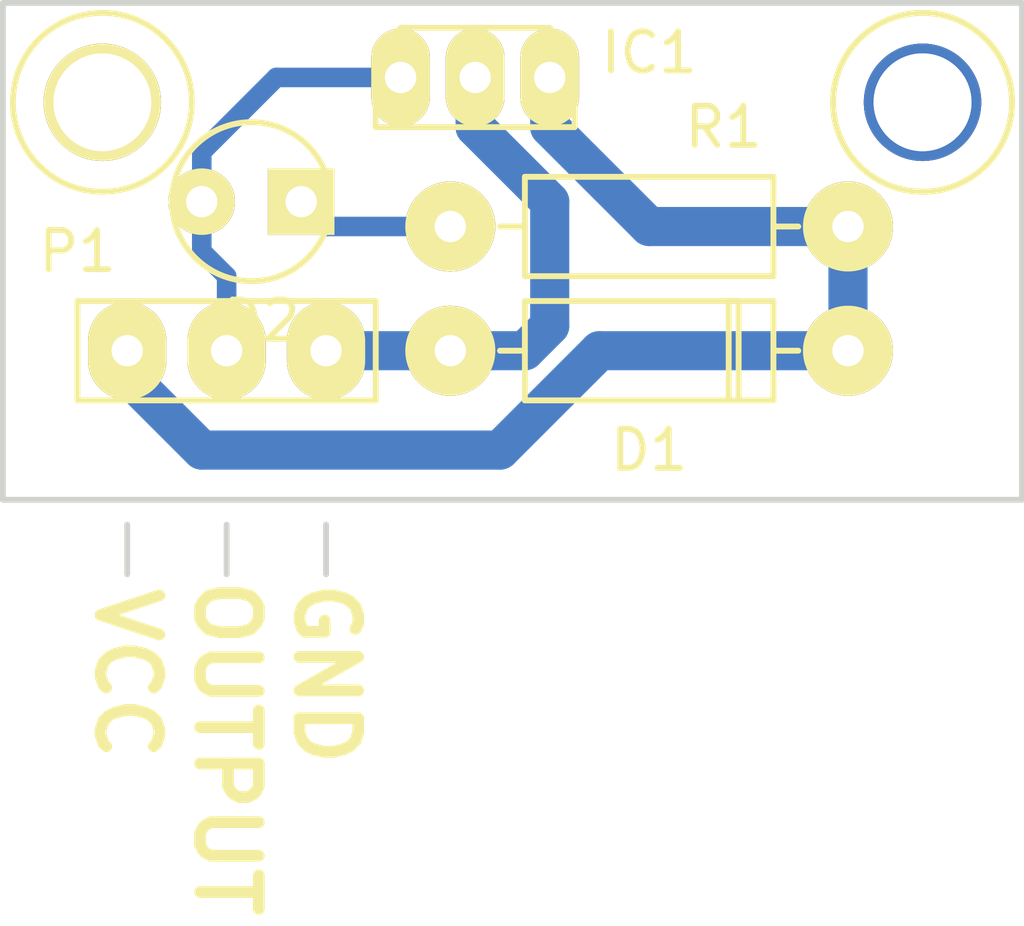
<source format=kicad_pcb>
(kicad_pcb (version 4) (host pcbnew 4.0.2-4+6225~38~ubuntu15.04.1-stable)

  (general
    (links 8)
    (no_connects 0)
    (area 119.525 110.635 146.125001 126.139333)
    (thickness 1.6)
    (drawings 10)
    (tracks 23)
    (zones 0)
    (modules 8)
    (nets 5)
  )

  (page A4)
  (layers
    (0 F.Cu signal)
    (31 B.Cu signal hide)
    (32 B.Adhes user)
    (33 F.Adhes user)
    (34 B.Paste user)
    (35 F.Paste user)
    (36 B.SilkS user)
    (37 F.SilkS user)
    (38 B.Mask user)
    (39 F.Mask user)
    (40 Dwgs.User user)
    (41 Cmts.User user)
    (42 Eco1.User user)
    (43 Eco2.User user)
    (44 Edge.Cuts user)
    (45 Margin user)
    (46 B.CrtYd user)
    (47 F.CrtYd user)
    (48 B.Fab user)
    (49 F.Fab user)
  )

  (setup
    (last_trace_width 0.5)
    (trace_clearance 0.2)
    (zone_clearance 0.508)
    (zone_45_only no)
    (trace_min 0.2)
    (segment_width 0.2)
    (edge_width 0.15)
    (via_size 0.6)
    (via_drill 0.4)
    (via_min_size 0.4)
    (via_min_drill 0.3)
    (uvia_size 0.3)
    (uvia_drill 0.1)
    (uvias_allowed no)
    (uvia_min_size 0.2)
    (uvia_min_drill 0.1)
    (pcb_text_width 0.3)
    (pcb_text_size 1.5 1.5)
    (mod_edge_width 0.15)
    (mod_text_size 1 1)
    (mod_text_width 0.15)
    (pad_size 3 3)
    (pad_drill 2.5)
    (pad_to_mask_clearance 0.2)
    (aux_axis_origin 0 0)
    (visible_elements FFFFFF7F)
    (pcbplotparams
      (layerselection 0x00000_80000000)
      (usegerberextensions false)
      (excludeedgelayer false)
      (linewidth 0.100000)
      (plotframeref false)
      (viasonmask false)
      (mode 1)
      (useauxorigin false)
      (hpglpennumber 1)
      (hpglpenspeed 20)
      (hpglpendiameter 15)
      (hpglpenoverlay 2)
      (psnegative false)
      (psa4output false)
      (plotreference false)
      (plotvalue false)
      (plotinvisibletext false)
      (padsonsilk false)
      (subtractmaskfromsilk false)
      (outputformat 4)
      (mirror false)
      (drillshape 1)
      (scaleselection 1)
      (outputdirectory ""))
  )

  (net 0 "")
  (net 1 VCC)
  (net 2 Earth)
  (net 3 "Net-(D2-Pad2)")
  (net 4 "Net-(D2-Pad1)")

  (net_class Default "This is the default net class."
    (clearance 0.2)
    (trace_width 0.5)
    (via_dia 0.6)
    (via_drill 0.4)
    (uvia_dia 0.3)
    (uvia_drill 0.1)
    (add_net "Net-(D2-Pad1)")
    (add_net "Net-(D2-Pad2)")
  )

  (net_class PWR ""
    (clearance 0.2)
    (trace_width 1)
    (via_dia 0.6)
    (via_drill 0.4)
    (uvia_dia 0.3)
    (uvia_drill 0.1)
    (add_net Earth)
    (add_net VCC)
  )

  (module Connect:1pin (layer F.Cu) (tedit 56F92B82) (tstamp 56F92ED5)
    (at 143.51 114.935)
    (descr "module 1 pin (ou trou mecanique de percage)")
    (tags DEV)
    (fp_text reference REF** (at 0 -3.048) (layer F.SilkS) hide
      (effects (font (size 1 1) (thickness 0.15)))
    )
    (fp_text value 1pin (at 0 2.794) (layer F.Fab) hide
      (effects (font (size 1 1) (thickness 0.15)))
    )
    (fp_circle (center 0 0) (end 0 -2.286) (layer F.SilkS) (width 0.15))
    (pad "" np_thru_hole circle (at 0 0) (size 3 3) (drill 2.5) (layers *.Cu))
  )

  (module DRM_KiCad_Library:Diode_Single_Sided (layer F.Cu) (tedit 56F95DCB) (tstamp 56F929F2)
    (at 141.605 121.285 180)
    (path /56F925A0)
    (fp_text reference D1 (at 5.08 -2.54 180) (layer F.SilkS)
      (effects (font (size 1 1) (thickness 0.15)))
    )
    (fp_text value 1N4001 (at 5.08 2.54 180) (layer F.Fab) hide
      (effects (font (size 1 1) (thickness 0.15)))
    )
    (fp_line (start 2.794 -1.27) (end 2.794 1.27) (layer F.SilkS) (width 0.15))
    (fp_line (start 2.794 1.27) (end 3.048 1.27) (layer F.SilkS) (width 0.15))
    (fp_line (start 3.048 1.27) (end 3.048 -1.27) (layer F.SilkS) (width 0.15))
    (fp_line (start 8.255 0) (end 8.89 0) (layer F.SilkS) (width 0.15))
    (fp_line (start 1.905 0) (end 1.27 0) (layer F.SilkS) (width 0.15))
    (fp_line (start 1.905 -1.27) (end 1.905 1.27) (layer F.SilkS) (width 0.15))
    (fp_line (start 1.905 1.27) (end 8.255 1.27) (layer F.SilkS) (width 0.15))
    (fp_line (start 8.255 1.27) (end 8.255 -1.27) (layer F.SilkS) (width 0.15))
    (fp_line (start 8.255 -1.27) (end 1.905 -1.27) (layer F.SilkS) (width 0.15))
    (pad 1 thru_hole circle (at 0 0 180) (size 2.3 2.3) (drill 0.8) (layers *.Cu *.Mask F.SilkS)
      (net 1 VCC))
    (pad 2 thru_hole circle (at 10.16 0 180) (size 2.3 2.3) (drill 0.8) (layers *.Cu *.Mask F.SilkS)
      (net 2 Earth))
  )

  (module DRM_KiCad_Library:LED_3mm_Single_Sided (layer F.Cu) (tedit 56F95DE0) (tstamp 56F929F9)
    (at 127.635 117.475 180)
    (path /56F924AA)
    (fp_text reference D2 (at 1.016 -3.048 180) (layer F.SilkS)
      (effects (font (size 1 1) (thickness 0.15)))
    )
    (fp_text value LED (at 0.635 3.175 180) (layer F.Fab)
      (effects (font (size 1 1) (thickness 0.15)))
    )
    (fp_circle (center 1.27 0) (end 1.27 -2.032) (layer F.SilkS) (width 0.15))
    (pad 2 thru_hole rect (at 0 0 180) (size 1.7 1.7) (drill 0.8) (layers *.Cu *.Mask F.SilkS)
      (net 3 "Net-(D2-Pad2)"))
    (pad 1 thru_hole circle (at 2.54 0 180) (size 1.7 1.7) (drill 0.8) (layers *.Cu *.Mask F.SilkS)
      (net 4 "Net-(D2-Pad1)"))
  )

  (module DRM_KiCad_Library:Hall_Sensor_3144 (layer F.Cu) (tedit 56F95DD5) (tstamp 56F92A06)
    (at 133.985 114.3 180)
    (path /56F923E2)
    (fp_text reference IC1 (at -2.54 0.635 180) (layer F.SilkS)
      (effects (font (size 1 1) (thickness 0.15)))
    )
    (fp_text value "Hall Sensor A3144E" (at 1.905 2.54 180) (layer F.Fab) hide
      (effects (font (size 1 1) (thickness 0.15)))
    )
    (fp_line (start 4.445 -1.27) (end -0.635 -1.27) (layer F.SilkS) (width 0.15))
    (fp_line (start -0.635 -1.27) (end -0.635 0.635) (layer F.SilkS) (width 0.15))
    (fp_line (start -0.635 0.635) (end 0 1.27) (layer F.SilkS) (width 0.15))
    (fp_line (start 0 1.27) (end 3.81 1.27) (layer F.SilkS) (width 0.15))
    (fp_line (start 3.81 1.27) (end 4.445 0.635) (layer F.SilkS) (width 0.15))
    (fp_line (start 4.445 0.635) (end 4.445 -1.27) (layer F.SilkS) (width 0.15))
    (pad 1 thru_hole oval (at 0 0 180) (size 1.5 2.5) (drill 0.8) (layers *.Cu *.Mask F.SilkS)
      (net 1 VCC))
    (pad 2 thru_hole oval (at 1.905 0 180) (size 1.5 2.5) (drill 0.8) (layers *.Cu *.Mask F.SilkS)
      (net 2 Earth))
    (pad 3 thru_hole oval (at 3.81 0 180) (size 1.5 2.5) (drill 0.8) (layers *.Cu *.Mask F.SilkS)
      (net 4 "Net-(D2-Pad1)"))
  )

  (module DRM_KiCad_Library:Header_3W_Single_Sided (layer F.Cu) (tedit 56F95DE8) (tstamp 56F92A11)
    (at 123.19 121.285 90)
    (path /56F924DF)
    (fp_text reference P1 (at 2.54 -1.27 180) (layer F.SilkS)
      (effects (font (size 1 1) (thickness 0.15)))
    )
    (fp_text value CONN_01X03 (at 0.254 7.874 90) (layer F.Fab) hide
      (effects (font (size 1 1) (thickness 0.15)))
    )
    (fp_line (start 1.27 -1.27) (end 1.27 6.35) (layer F.SilkS) (width 0.15))
    (fp_line (start 1.27 6.35) (end -1.27 6.35) (layer F.SilkS) (width 0.15))
    (fp_line (start -1.27 6.35) (end -1.27 -1.27) (layer F.SilkS) (width 0.15))
    (fp_line (start -1.27 -1.27) (end 1.27 -1.27) (layer F.SilkS) (width 0.15))
    (pad 1 thru_hole oval (at 0 0 90) (size 2.5 2) (drill 0.8) (layers *.Cu *.Mask F.SilkS)
      (net 1 VCC))
    (pad 2 thru_hole oval (at 0 2.54 90) (size 2.5 2) (drill 0.8) (layers *.Cu *.Mask F.SilkS)
      (net 4 "Net-(D2-Pad1)"))
    (pad 3 thru_hole oval (at 0 5.08 90) (size 2.5 2) (drill 0.8) (layers *.Cu *.Mask F.SilkS)
      (net 2 Earth))
  )

  (module DRM_KiCad_Library:Resistor_Single_Sided (layer F.Cu) (tedit 56F95DD1) (tstamp 56F92A1D)
    (at 141.605 118.11 180)
    (path /56F92425)
    (fp_text reference R1 (at 3.175 2.54 180) (layer F.SilkS)
      (effects (font (size 1 1) (thickness 0.15)))
    )
    (fp_text value R (at 5.08 2.54 180) (layer F.Fab) hide
      (effects (font (size 1 1) (thickness 0.15)))
    )
    (fp_line (start 8.255 0) (end 8.89 0) (layer F.SilkS) (width 0.15))
    (fp_line (start 1.905 0) (end 1.27 0) (layer F.SilkS) (width 0.15))
    (fp_line (start 1.905 -1.27) (end 1.905 1.27) (layer F.SilkS) (width 0.15))
    (fp_line (start 1.905 1.27) (end 8.255 1.27) (layer F.SilkS) (width 0.15))
    (fp_line (start 8.255 1.27) (end 8.255 -1.27) (layer F.SilkS) (width 0.15))
    (fp_line (start 8.255 -1.27) (end 1.905 -1.27) (layer F.SilkS) (width 0.15))
    (pad 1 thru_hole circle (at 0 0 180) (size 2.3 2.3) (drill 0.8) (layers *.Cu *.Mask F.SilkS)
      (net 1 VCC))
    (pad 2 thru_hole circle (at 10.16 0 180) (size 2.3 2.3) (drill 0.8) (layers *.Cu *.Mask F.SilkS)
      (net 3 "Net-(D2-Pad2)"))
  )

  (module Connect:1pin (layer F.Cu) (tedit 56F92B82) (tstamp 56F92E94)
    (at 143.51 114.935)
    (descr "module 1 pin (ou trou mecanique de percage)")
    (tags DEV)
    (fp_text reference REF** (at 0 -3.048) (layer F.SilkS) hide
      (effects (font (size 1 1) (thickness 0.15)))
    )
    (fp_text value 1pin (at 0 2.794) (layer F.Fab) hide
      (effects (font (size 1 1) (thickness 0.15)))
    )
    (fp_circle (center 0 0) (end 0 -2.286) (layer F.SilkS) (width 0.15))
    (pad "" np_thru_hole circle (at 0 0) (size 3 3) (drill 2.5) (layers *.Cu))
  )

  (module Connect:1pin (layer F.Cu) (tedit 56F92C2D) (tstamp 56F92F0D)
    (at 122.555 114.935)
    (descr "module 1 pin (ou trou mecanique de percage)")
    (tags DEV)
    (fp_text reference REF** (at 0 -3.048) (layer F.SilkS) hide
      (effects (font (size 1 1) (thickness 0.15)))
    )
    (fp_text value 1pin (at 0 2.794) (layer F.Fab) hide
      (effects (font (size 1 1) (thickness 0.15)))
    )
    (fp_circle (center 0 0) (end 0 -2.286) (layer F.SilkS) (width 0.15))
    (pad "" np_thru_hole circle (at 0 0) (size 3 3) (drill 2.5) (layers *.Cu *.Mask F.SilkS))
  )

  (gr_line (start 128.27 125.73) (end 128.27 127) (angle 90) (layer Edge.Cuts) (width 0.15))
  (gr_line (start 125.73 125.73) (end 125.73 127) (angle 90) (layer Edge.Cuts) (width 0.15))
  (gr_line (start 123.19 125.73) (end 123.19 127) (angle 90) (layer Edge.Cuts) (width 0.15))
  (gr_text GND (at 128.27 129.54 270) (layer F.SilkS)
    (effects (font (size 1.5 1.5) (thickness 0.3)))
  )
  (gr_text OUTPUT (at 125.73 131.445 270) (layer F.SilkS)
    (effects (font (size 1.5 1.5) (thickness 0.3)))
  )
  (gr_text VCC (at 123.19 129.54 270) (layer F.SilkS)
    (effects (font (size 1.5 1.5) (thickness 0.3)))
  )
  (gr_line (start 146.05 125.095) (end 146.05 112.395) (angle 90) (layer Edge.Cuts) (width 0.15))
  (gr_line (start 120.015 125.095) (end 146.05 125.095) (angle 90) (layer Edge.Cuts) (width 0.15))
  (gr_line (start 120.015 112.395) (end 120.015 125.095) (angle 90) (layer Edge.Cuts) (width 0.15))
  (gr_line (start 146.05 112.395) (end 120.015 112.395) (angle 90) (layer Edge.Cuts) (width 0.15))

  (segment (start 141.605 118.11) (end 136.525 118.11) (width 1) (layer B.Cu) (net 1))
  (segment (start 133.985 115.57) (end 133.985 114.3) (width 1) (layer B.Cu) (net 1) (tstamp 56F92F4B))
  (segment (start 136.525 118.11) (end 133.985 115.57) (width 1) (layer B.Cu) (net 1) (tstamp 56F92F4A))
  (segment (start 123.19 121.285) (end 123.19 121.92) (width 1) (layer B.Cu) (net 1))
  (segment (start 123.19 121.92) (end 125.095 123.825) (width 1) (layer B.Cu) (net 1) (tstamp 56F92AD6))
  (segment (start 125.095 123.825) (end 132.715 123.825) (width 1) (layer B.Cu) (net 1) (tstamp 56F92AD7))
  (segment (start 132.715 123.825) (end 135.255 121.285) (width 1) (layer B.Cu) (net 1) (tstamp 56F92AD8))
  (segment (start 135.255 121.285) (end 141.605 121.285) (width 1) (layer B.Cu) (net 1) (tstamp 56F92AD9))
  (segment (start 141.605 121.285) (end 141.605 118.11) (width 1) (layer B.Cu) (net 1) (tstamp 56F92ADA))
  (segment (start 131.445 121.285) (end 128.27 121.285) (width 1) (layer B.Cu) (net 2))
  (segment (start 132.08 114.3) (end 132.08 115.57) (width 1) (layer B.Cu) (net 2))
  (segment (start 133.35 121.285) (end 131.445 121.285) (width 1) (layer B.Cu) (net 2) (tstamp 56F92F6B))
  (segment (start 133.985 120.65) (end 133.35 121.285) (width 1) (layer B.Cu) (net 2) (tstamp 56F92F6A))
  (segment (start 133.985 117.475) (end 133.985 120.65) (width 1) (layer B.Cu) (net 2) (tstamp 56F92F69))
  (segment (start 132.08 115.57) (end 133.985 117.475) (width 1) (layer B.Cu) (net 2) (tstamp 56F92F68))
  (segment (start 131.445 118.11) (end 128.27 118.11) (width 0.5) (layer B.Cu) (net 3))
  (segment (start 128.27 118.11) (end 127.635 117.475) (width 0.5) (layer B.Cu) (net 3) (tstamp 56F92ACC))
  (segment (start 130.175 114.3) (end 127 114.3) (width 0.5) (layer B.Cu) (net 4))
  (segment (start 125.095 116.205) (end 125.095 117.475) (width 0.5) (layer B.Cu) (net 4) (tstamp 56F92F4F))
  (segment (start 127 114.3) (end 125.095 116.205) (width 0.5) (layer B.Cu) (net 4) (tstamp 56F92F4E))
  (segment (start 125.095 117.475) (end 125.095 118.745) (width 0.5) (layer B.Cu) (net 4))
  (segment (start 125.73 119.38) (end 125.73 121.285) (width 0.5) (layer B.Cu) (net 4) (tstamp 56F92AE5))
  (segment (start 125.095 118.745) (end 125.73 119.38) (width 0.5) (layer B.Cu) (net 4) (tstamp 56F92AE4))

)

</source>
